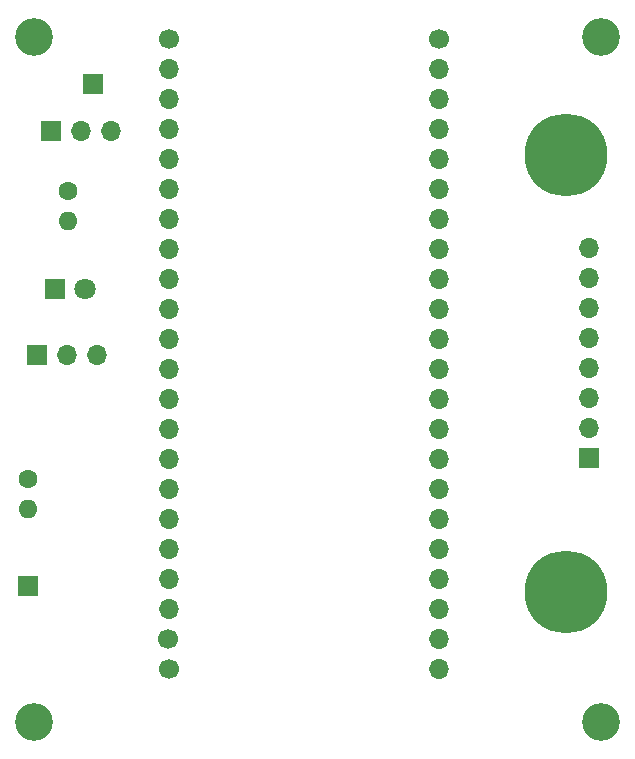
<source format=gbs>
G04 #@! TF.GenerationSoftware,KiCad,Pcbnew,8.0.5-8.0.5-0~ubuntu22.04.1*
G04 #@! TF.CreationDate,2024-09-10T12:36:33+10:00*
G04 #@! TF.ProjectId,Fire_Sytem_10,46697265-5f53-4797-9465-6d5f31302e6b,rev?*
G04 #@! TF.SameCoordinates,Original*
G04 #@! TF.FileFunction,Soldermask,Bot*
G04 #@! TF.FilePolarity,Negative*
%FSLAX46Y46*%
G04 Gerber Fmt 4.6, Leading zero omitted, Abs format (unit mm)*
G04 Created by KiCad (PCBNEW 8.0.5-8.0.5-0~ubuntu22.04.1) date 2024-09-10 12:36:33*
%MOMM*%
%LPD*%
G01*
G04 APERTURE LIST*
%ADD10C,7.000000*%
%ADD11C,3.200000*%
%ADD12C,1.600000*%
%ADD13O,1.600000X1.600000*%
%ADD14R,1.700000X1.700000*%
%ADD15O,1.700000X1.700000*%
%ADD16C,1.700000*%
%ADD17R,1.800000X1.800000*%
%ADD18C,1.800000*%
G04 APERTURE END LIST*
D10*
X155000000Y-122000000D03*
D11*
X158000000Y-133000000D03*
D12*
X109500000Y-112460000D03*
D13*
X109500000Y-115000000D03*
D14*
X109500000Y-121500000D03*
D11*
X110000000Y-133000000D03*
X158000000Y-75000000D03*
D14*
X110260000Y-101900000D03*
D15*
X112800000Y-101900000D03*
X115340000Y-101900000D03*
D14*
X111460000Y-83000000D03*
D15*
X114000000Y-83000000D03*
X116540000Y-83000000D03*
D12*
X112900000Y-88055000D03*
D13*
X112900000Y-90595000D03*
D16*
X121390000Y-75140000D03*
X144250000Y-75140000D03*
D15*
X121390000Y-77680000D03*
X144250000Y-77680000D03*
X121390000Y-80220000D03*
X144250000Y-80220000D03*
X121390000Y-82760000D03*
X144250000Y-82760000D03*
X121390000Y-85300000D03*
X144250000Y-85300000D03*
X121390000Y-87840000D03*
X144250000Y-87840000D03*
X121390000Y-90380000D03*
X144250000Y-90380000D03*
X121390000Y-92920000D03*
X144250000Y-92920000D03*
X121390000Y-95460000D03*
X144250000Y-95460000D03*
X121390000Y-98000000D03*
X144250000Y-98000000D03*
X121390000Y-100540000D03*
X144250000Y-100540000D03*
X121390000Y-103080000D03*
X144250000Y-103080000D03*
X121390000Y-105620000D03*
X144250000Y-105620000D03*
X121390000Y-108160000D03*
X144250000Y-108160000D03*
X121390000Y-110700000D03*
X144250000Y-110700000D03*
X121390000Y-113240000D03*
X144250000Y-113240000D03*
X121390000Y-115780000D03*
X144250000Y-115780000D03*
X121390000Y-118320000D03*
X144250000Y-118320000D03*
X121390000Y-120860000D03*
X144250000Y-120860000D03*
X121390000Y-123400000D03*
X144250000Y-123400000D03*
D16*
X121380000Y-125940000D03*
D15*
X144250000Y-125940000D03*
D16*
X121390000Y-128540000D03*
D15*
X144250000Y-128480000D03*
D14*
X115000000Y-79000000D03*
D11*
X110000000Y-75000000D03*
D14*
X157000000Y-110660000D03*
D15*
X157000000Y-108120000D03*
X157000000Y-105580000D03*
X157000000Y-103040000D03*
X157000000Y-100500000D03*
X157000000Y-97960000D03*
X157000000Y-95420000D03*
X157000000Y-92880000D03*
D17*
X111800000Y-96300000D03*
D18*
X114340000Y-96300000D03*
D10*
X155000000Y-85000000D03*
M02*

</source>
